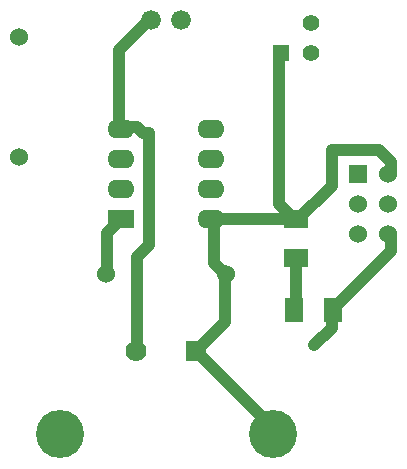
<source format=gtl>
G04 (created by PCBNEW (2013-07-07 BZR 4022)-stable) date 2014-07-19 12:08:06*
%MOIN*%
G04 Gerber Fmt 3.4, Leading zero omitted, Abs format*
%FSLAX34Y34*%
G01*
G70*
G90*
G04 APERTURE LIST*
%ADD10C,0.00590551*%
%ADD11C,0.066*%
%ADD12R,0.06X0.06*%
%ADD13C,0.06*%
%ADD14R,0.09X0.062*%
%ADD15O,0.09X0.062*%
%ADD16C,0.16*%
%ADD17R,0.055X0.055*%
%ADD18C,0.055*%
%ADD19R,0.07X0.07*%
%ADD20C,0.07*%
%ADD21R,0.08X0.06*%
%ADD22R,0.06X0.08*%
%ADD23C,0.035*%
%ADD24C,0.0393701*%
G04 APERTURE END LIST*
G54D10*
G54D11*
X24122Y-15748D03*
X23122Y-15748D03*
G54D12*
X30011Y-20850D03*
G54D13*
X31011Y-20850D03*
X30011Y-21850D03*
X31011Y-21850D03*
X30011Y-22850D03*
X31011Y-22850D03*
G54D14*
X22122Y-22366D03*
G54D15*
X22122Y-21366D03*
X22122Y-20366D03*
X22122Y-19366D03*
X25122Y-19366D03*
X25122Y-20366D03*
X25122Y-21366D03*
X25122Y-22366D03*
G54D16*
X27165Y-29527D03*
G54D17*
X27452Y-16838D03*
G54D18*
X28452Y-16838D03*
X28452Y-15838D03*
G54D13*
X21622Y-24212D03*
X25622Y-24212D03*
X18700Y-16307D03*
X18700Y-20307D03*
G54D19*
X24622Y-26771D03*
G54D20*
X22622Y-26771D03*
G54D16*
X20078Y-29527D03*
G54D21*
X27952Y-22381D03*
X27952Y-23681D03*
G54D22*
X29193Y-25393D03*
X27893Y-25393D03*
G54D23*
X28543Y-26574D03*
G54D24*
X29193Y-25393D02*
X29133Y-25393D01*
X29133Y-25393D02*
X31102Y-23425D01*
X31102Y-23425D02*
X31102Y-22834D01*
X31102Y-22834D02*
X31011Y-22850D01*
X28543Y-26574D02*
X29133Y-25984D01*
X29133Y-25984D02*
X29133Y-25393D01*
X29133Y-25393D02*
X29193Y-25393D01*
X22122Y-19366D02*
X22047Y-19291D01*
X22047Y-19291D02*
X22637Y-19291D01*
X22637Y-19291D02*
X22834Y-19488D01*
X22834Y-19488D02*
X23031Y-19488D01*
X23031Y-19488D02*
X23031Y-23228D01*
X23031Y-23228D02*
X22637Y-23622D01*
X22637Y-23622D02*
X22637Y-26771D01*
X22637Y-26771D02*
X22622Y-26771D01*
X23122Y-15748D02*
X23031Y-15748D01*
X23031Y-15748D02*
X22047Y-16732D01*
X22047Y-16732D02*
X22047Y-19291D01*
X22047Y-19291D02*
X22122Y-19366D01*
X22122Y-22366D02*
X21653Y-22834D01*
X21653Y-22834D02*
X21653Y-24212D01*
X21653Y-24212D02*
X21622Y-24212D01*
X27952Y-23681D02*
X27952Y-25393D01*
X27952Y-25393D02*
X27893Y-25393D01*
X25122Y-22366D02*
X27937Y-22366D01*
X27937Y-22366D02*
X27952Y-22381D01*
X24622Y-26771D02*
X24606Y-26771D01*
X24606Y-26771D02*
X27165Y-29330D01*
X27165Y-29330D02*
X27165Y-29527D01*
X27952Y-22381D02*
X27952Y-22440D01*
X27952Y-22440D02*
X29133Y-21259D01*
X29133Y-21259D02*
X29133Y-20078D01*
X29133Y-20078D02*
X30708Y-20078D01*
X30708Y-20078D02*
X31102Y-20472D01*
X31102Y-20472D02*
X31102Y-20866D01*
X31102Y-20866D02*
X31011Y-20850D01*
X27952Y-22381D02*
X27952Y-22440D01*
X27952Y-22440D02*
X27362Y-21850D01*
X27362Y-21850D02*
X27362Y-16929D01*
X27362Y-16929D02*
X27452Y-16838D01*
X24622Y-26771D02*
X24606Y-26771D01*
X24606Y-26771D02*
X25590Y-25787D01*
X25590Y-25787D02*
X25590Y-24212D01*
X25590Y-24212D02*
X25622Y-24212D01*
X25622Y-24212D02*
X25590Y-24212D01*
X25590Y-24212D02*
X25196Y-23818D01*
X25196Y-23818D02*
X25196Y-22440D01*
X25196Y-22440D02*
X25122Y-22366D01*
X27952Y-22440D02*
X27952Y-22381D01*
M02*

</source>
